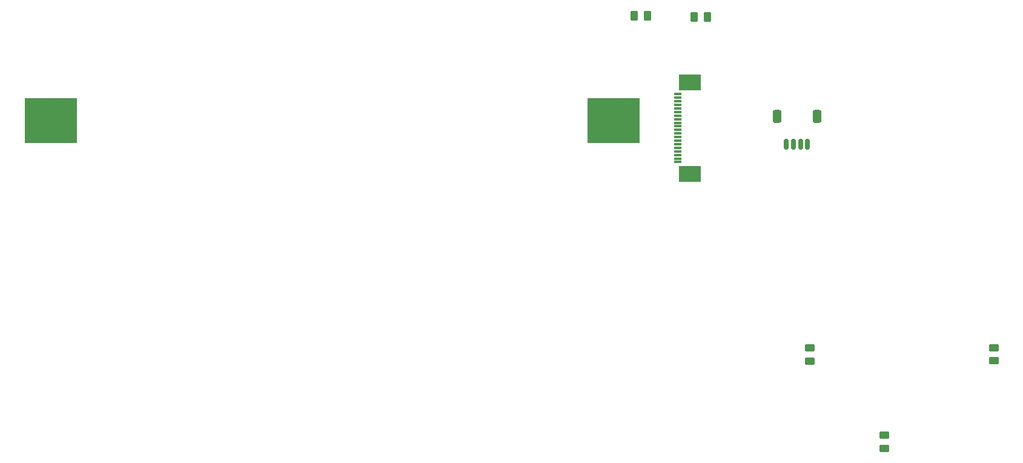
<source format=gtp>
G04 #@! TF.GenerationSoftware,KiCad,Pcbnew,(7.99.0-200-gad838e3d73)*
G04 #@! TF.CreationDate,2024-04-01T14:09:53+07:00*
G04 #@! TF.ProjectId,WMS,574d532e-6b69-4636-9164-5f7063625858,rev?*
G04 #@! TF.SameCoordinates,Original*
G04 #@! TF.FileFunction,Paste,Top*
G04 #@! TF.FilePolarity,Positive*
%FSLAX46Y46*%
G04 Gerber Fmt 4.6, Leading zero omitted, Abs format (unit mm)*
G04 Created by KiCad (PCBNEW (7.99.0-200-gad838e3d73)) date 2024-04-01 14:09:53*
%MOMM*%
%LPD*%
G01*
G04 APERTURE LIST*
G04 Aperture macros list*
%AMRoundRect*
0 Rectangle with rounded corners*
0 $1 Rounding radius*
0 $2 $3 $4 $5 $6 $7 $8 $9 X,Y pos of 4 corners*
0 Add a 4 corners polygon primitive as box body*
4,1,4,$2,$3,$4,$5,$6,$7,$8,$9,$2,$3,0*
0 Add four circle primitives for the rounded corners*
1,1,$1+$1,$2,$3*
1,1,$1+$1,$4,$5*
1,1,$1+$1,$6,$7*
1,1,$1+$1,$8,$9*
0 Add four rect primitives between the rounded corners*
20,1,$1+$1,$2,$3,$4,$5,0*
20,1,$1+$1,$4,$5,$6,$7,0*
20,1,$1+$1,$6,$7,$8,$9,0*
20,1,$1+$1,$8,$9,$2,$3,0*%
G04 Aperture macros list end*
%ADD10RoundRect,0.250000X-0.262500X-0.450000X0.262500X-0.450000X0.262500X0.450000X-0.262500X0.450000X0*%
%ADD11RoundRect,0.250000X0.450000X-0.262500X0.450000X0.262500X-0.450000X0.262500X-0.450000X-0.262500X0*%
%ADD12R,7.340000X6.350000*%
%ADD13R,1.100000X0.300000*%
%ADD14R,3.100000X2.300000*%
%ADD15RoundRect,0.150000X0.150000X0.625000X-0.150000X0.625000X-0.150000X-0.625000X0.150000X-0.625000X0*%
%ADD16RoundRect,0.250000X0.350000X0.650000X-0.350000X0.650000X-0.350000X-0.650000X0.350000X-0.650000X0*%
G04 APERTURE END LIST*
D10*
X166370000Y-50215800D03*
X168195000Y-50215800D03*
D11*
X192963800Y-110515400D03*
X192963800Y-108690400D03*
D12*
X76406999Y-64744599D03*
X155066999Y-64744599D03*
D10*
X157991800Y-50114200D03*
X159816800Y-50114200D03*
D13*
X164083999Y-61029199D03*
X164083999Y-61529199D03*
X164083999Y-62029199D03*
X164083999Y-62529199D03*
X164083999Y-63029199D03*
X164083999Y-63529199D03*
X164083999Y-64029199D03*
X164083999Y-64529199D03*
X164083999Y-65029199D03*
X164083999Y-65529199D03*
X164083999Y-66029199D03*
X164083999Y-66529199D03*
X164083999Y-67029199D03*
X164083999Y-67529199D03*
X164083999Y-68029199D03*
X164083999Y-68529199D03*
X164083999Y-69029199D03*
X164083999Y-69529199D03*
X164083999Y-70029199D03*
X164083999Y-70529199D03*
D14*
X165783999Y-72199199D03*
X165783999Y-59359199D03*
D15*
X182221000Y-68040000D03*
X181221000Y-68040000D03*
X180221000Y-68040000D03*
X179221000Y-68040000D03*
D16*
X183521000Y-64165000D03*
X177921000Y-64165000D03*
D11*
X182549800Y-98345000D03*
X182549800Y-96520000D03*
X208254600Y-98294200D03*
X208254600Y-96469200D03*
M02*

</source>
